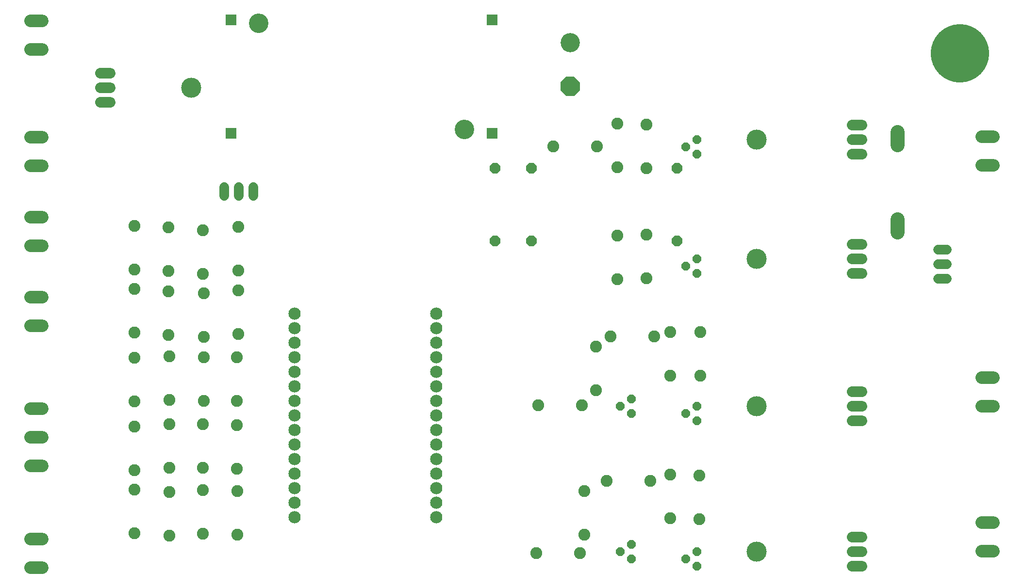
<source format=gbr>
G04 EAGLE Gerber RS-274X export*
G75*
%MOMM*%
%FSLAX34Y34*%
%LPD*%
%INSoldermask Bottom*%
%IPPOS*%
%AMOC8*
5,1,8,0,0,1.08239X$1,22.5*%
G01*
%ADD10C,10.203200*%
%ADD11C,1.727200*%
%ADD12C,2.451100*%
%ADD13C,3.403200*%
%ADD14R,1.981200X1.981200*%
%ADD15C,1.879600*%
%ADD16C,3.505200*%
%ADD17C,2.082800*%
%ADD18P,1.649562X8X112.500000*%
%ADD19C,2.133600*%
%ADD20C,2.184400*%
%ADD21P,3.629037X8X292.500000*%
%ADD22C,3.352800*%
%ADD23P,2.034460X8X112.500000*%
%ADD24P,2.034460X8X292.500000*%


D10*
X1700000Y950000D03*
D11*
X1677520Y556400D02*
X1662280Y556400D01*
X1662280Y581800D02*
X1677520Y581800D01*
X1677520Y607200D02*
X1662280Y607200D01*
D12*
X1591400Y789861D02*
X1591400Y812340D01*
X1591400Y659940D02*
X1591400Y637461D01*
D13*
X477040Y1001920D03*
X835815Y816500D03*
D14*
X428780Y810150D03*
X428780Y1008270D03*
X884075Y1008270D03*
X884075Y810150D03*
D15*
X217482Y915200D02*
X200718Y915200D01*
X200718Y889800D02*
X217482Y889800D01*
X217482Y864400D02*
X200718Y864400D01*
D16*
X358960Y889800D03*
D11*
X467200Y715920D02*
X467200Y700680D01*
X441800Y700680D02*
X441800Y715920D01*
X416400Y715920D02*
X416400Y700680D01*
D15*
X1512218Y307800D02*
X1528982Y307800D01*
X1528982Y333200D02*
X1512218Y333200D01*
X1512218Y358600D02*
X1528982Y358600D01*
D16*
X1345340Y333200D03*
D15*
X1512218Y54200D02*
X1528982Y54200D01*
X1528982Y79600D02*
X1512218Y79600D01*
X1512218Y105000D02*
X1528982Y105000D01*
D16*
X1345340Y79600D03*
D15*
X1512218Y565200D02*
X1528982Y565200D01*
X1528982Y590600D02*
X1512218Y590600D01*
X1512218Y616000D02*
X1528982Y616000D01*
D16*
X1345340Y590600D03*
D15*
X1512218Y773800D02*
X1528982Y773800D01*
X1528982Y799200D02*
X1512218Y799200D01*
X1512218Y824600D02*
X1528982Y824600D01*
D16*
X1345340Y799200D03*
D17*
X439900Y109100D03*
X439900Y185300D03*
X381000Y342500D03*
X381000Y418700D03*
X441000Y570900D03*
X441000Y647100D03*
X441000Y459300D03*
X441000Y535500D03*
X321000Y107700D03*
X321000Y183900D03*
X321000Y226100D03*
X321000Y302300D03*
X321000Y344500D03*
X321000Y420700D03*
X1152900Y556800D03*
X1152900Y633000D03*
X1102900Y555200D03*
X1102900Y631400D03*
X1102900Y750900D03*
X1102900Y827100D03*
X1152900Y749300D03*
X1152900Y825500D03*
X439100Y224100D03*
X439100Y300300D03*
X1247100Y462800D03*
X1247100Y386600D03*
X1195200Y463200D03*
X1195200Y387000D03*
X1065200Y437500D03*
X1065200Y361300D03*
X1090900Y455200D03*
X1167100Y455200D03*
X1040700Y334800D03*
X964500Y334800D03*
X1245200Y212300D03*
X1245200Y136100D03*
X1195200Y213900D03*
X1195200Y137700D03*
X1045200Y185500D03*
X1045200Y109300D03*
X439100Y342500D03*
X439100Y418700D03*
X1084100Y203300D03*
X1160300Y203300D03*
X1037500Y76700D03*
X961300Y76700D03*
X379100Y110900D03*
X379100Y187100D03*
X319100Y569300D03*
X319100Y645500D03*
X319100Y457700D03*
X319100Y533900D03*
X379100Y226100D03*
X379100Y302300D03*
X379100Y564500D03*
X379100Y640700D03*
X381000Y454100D03*
X381000Y530300D03*
D18*
X1241200Y590600D03*
X1222150Y577900D03*
X1241200Y565200D03*
X1241200Y799200D03*
X1222150Y786500D03*
X1241200Y773800D03*
X1241200Y333200D03*
X1222150Y320500D03*
X1241200Y307800D03*
X1126900Y345900D03*
X1107850Y333200D03*
X1126900Y320500D03*
X1241200Y79600D03*
X1222150Y66900D03*
X1241200Y54200D03*
X1126900Y92300D03*
X1107850Y79600D03*
X1126900Y66900D03*
D19*
X786900Y139600D03*
X786900Y165000D03*
X786900Y190400D03*
X786900Y215800D03*
X786900Y241200D03*
X786900Y266600D03*
X786900Y292000D03*
X786900Y317400D03*
X786900Y342800D03*
X786900Y368200D03*
X786900Y393600D03*
X786900Y419000D03*
X786900Y444400D03*
X786900Y469800D03*
X786900Y495200D03*
X539200Y139600D03*
X539200Y165000D03*
X539200Y190400D03*
X539200Y215800D03*
X539200Y241200D03*
X539200Y266600D03*
X539200Y292000D03*
X539200Y317400D03*
X539200Y342800D03*
X539200Y368200D03*
X539200Y393600D03*
X539200Y419000D03*
X539200Y444400D03*
X539200Y469800D03*
X539200Y495200D03*
D20*
X98806Y329438D02*
X78994Y329438D01*
X78994Y279400D02*
X98806Y279400D01*
X98806Y229362D02*
X78994Y229362D01*
X78994Y523946D02*
X98806Y523946D01*
X98806Y473908D02*
X78994Y473908D01*
X78994Y663646D02*
X98806Y663646D01*
X98806Y613608D02*
X78994Y613608D01*
X78994Y803346D02*
X98806Y803346D01*
X98806Y753308D02*
X78994Y753308D01*
X1738494Y333454D02*
X1758306Y333454D01*
X1758306Y383492D02*
X1738494Y383492D01*
X1738494Y79854D02*
X1758306Y79854D01*
X1758306Y129892D02*
X1738494Y129892D01*
X98806Y101346D02*
X78994Y101346D01*
X78994Y51308D02*
X98806Y51308D01*
X98806Y1006746D02*
X78994Y1006746D01*
X78994Y956708D02*
X98806Y956708D01*
X1738494Y754354D02*
X1758306Y754354D01*
X1758306Y804392D02*
X1738494Y804392D01*
D17*
X260000Y111900D03*
X260000Y188100D03*
X260000Y221900D03*
X260000Y298100D03*
X260000Y341900D03*
X260000Y418100D03*
X260000Y571900D03*
X260000Y648100D03*
X260000Y461900D03*
X260000Y538100D03*
D21*
X1020000Y891900D03*
D22*
X1020000Y968100D03*
D17*
X1066800Y787400D03*
X990600Y787400D03*
D23*
X889000Y622300D03*
X889000Y749300D03*
X952500Y622300D03*
X952500Y749300D03*
D24*
X1206500Y749300D03*
X1206500Y622300D03*
M02*

</source>
